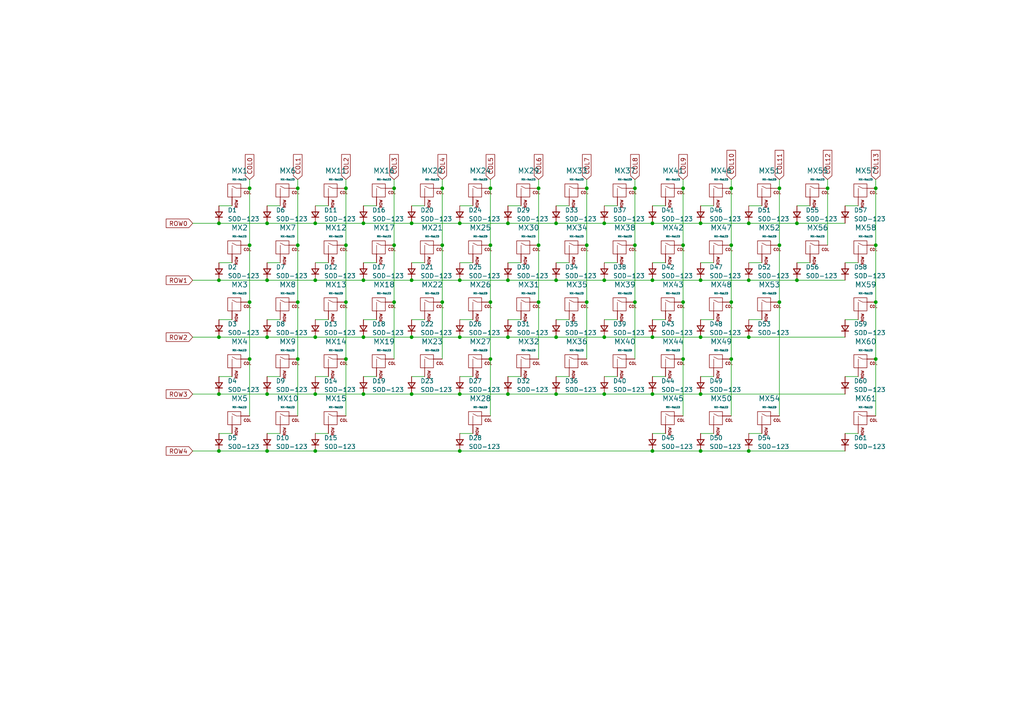
<source format=kicad_sch>
(kicad_sch (version 20231120) (generator "eeschema") (generator_version "8.0")
  (paper "A4")
  (junction (at 175.26 81.28))
  (junction (at 91.44 130.81))
  (junction (at 170.18 87.63))
  (junction (at 86.36 104.14))
  (junction (at 189.23 64.77))
  (junction (at 105.41 114.3))
  (junction (at 128.27 71.12))
  (junction (at 217.17 81.28))
  (junction (at 240.03 54.61))
  (junction (at 86.36 71.12))
  (junction (at 254 87.63))
  (junction (at 226.06 87.63))
  (junction (at 254 104.14))
  (junction (at 226.06 54.61))
  (junction (at 147.32 64.77))
  (junction (at 212.09 71.12))
  (junction (at 128.27 87.63))
  (junction (at 63.5 114.3))
  (junction (at 142.24 54.61))
  (junction (at 189.23 97.79))
  (junction (at 203.2 130.81))
  (junction (at 170.18 54.61))
  (junction (at 91.44 81.28))
  (junction (at 212.09 87.63))
  (junction (at 175.26 97.79))
  (junction (at 72.39 87.63))
  (junction (at 217.17 130.81))
  (junction (at 184.15 71.12))
  (junction (at 198.12 71.12))
  (junction (at 114.3 54.61))
  (junction (at 119.38 97.79))
  (junction (at 161.29 81.28))
  (junction (at 156.21 87.63))
  (junction (at 142.24 71.12))
  (junction (at 77.47 97.79))
  (junction (at 114.3 87.63))
  (junction (at 212.09 54.61))
  (junction (at 100.33 54.61))
  (junction (at 189.23 114.3))
  (junction (at 133.35 130.81))
  (junction (at 119.38 64.77))
  (junction (at 203.2 97.79))
  (junction (at 133.35 64.77))
  (junction (at 128.27 54.61))
  (junction (at 77.47 64.77))
  (junction (at 77.47 130.81))
  (junction (at 142.24 87.63))
  (junction (at 203.2 64.77))
  (junction (at 198.12 104.14))
  (junction (at 161.29 114.3))
  (junction (at 105.41 97.79))
  (junction (at 175.26 64.77))
  (junction (at 147.32 81.28))
  (junction (at 231.14 81.28))
  (junction (at 72.39 54.61))
  (junction (at 119.38 114.3))
  (junction (at 147.32 114.3))
  (junction (at 133.35 97.79))
  (junction (at 72.39 104.14))
  (junction (at 184.15 87.63))
  (junction (at 226.06 71.12))
  (junction (at 63.5 97.79))
  (junction (at 105.41 64.77))
  (junction (at 254 54.61))
  (junction (at 91.44 64.77))
  (junction (at 198.12 54.61))
  (junction (at 63.5 81.28))
  (junction (at 133.35 81.28))
  (junction (at 161.29 97.79))
  (junction (at 100.33 71.12))
  (junction (at 133.35 114.3))
  (junction (at 63.5 130.81))
  (junction (at 91.44 97.79))
  (junction (at 156.21 71.12))
  (junction (at 175.26 114.3))
  (junction (at 100.33 87.63))
  (junction (at 86.36 87.63))
  (junction (at 217.17 64.77))
  (junction (at 100.33 104.14))
  (junction (at 63.5 64.77))
  (junction (at 198.12 87.63))
  (junction (at 91.44 114.3))
  (junction (at 212.09 104.14))
  (junction (at 147.32 97.79))
  (junction (at 119.38 81.28))
  (junction (at 114.3 71.12))
  (junction (at 231.14 64.77))
  (junction (at 86.36 54.61))
  (junction (at 161.29 64.77))
  (junction (at 203.2 114.3))
  (junction (at 189.23 81.28))
  (junction (at 72.39 71.12))
  (junction (at 254 71.12))
  (junction (at 184.15 54.61))
  (junction (at 170.18 71.12))
  (junction (at 189.23 130.81))
  (junction (at 203.2 81.28))
  (junction (at 156.21 54.61))
  (junction (at 142.24 104.14))
  (junction (at 105.41 81.28))
  (junction (at 77.47 114.3))
  (junction (at 77.47 81.28))
  (junction (at 217.17 97.79))
  (wire (pts (xy 119.38 81.28) (xy 133.35 81.28)))
  (wire (pts (xy 128.27 71.12) (xy 128.27 87.63)))
  (wire (pts (xy 203.2 97.79) (xy 189.23 97.79)))
  (wire (pts (xy 170.18 54.61) (xy 170.18 71.12)))
  (wire (pts (xy 86.36 71.12) (xy 86.36 87.63)))
  (wire (pts (xy 175.26 81.28) (xy 189.23 81.28)))
  (wire (pts (xy 147.32 97.79) (xy 161.29 97.79)))
  (wire (pts (xy 105.41 76.2) (xy 109.22 76.2)))
  (wire (pts (xy 119.38 64.77) (xy 133.35 64.77)))
  (wire (pts (xy 254 87.63) (xy 254 104.14)))
  (wire (pts (xy 119.38 76.2) (xy 123.19 76.2)))
  (wire (pts (xy 55.88 81.28) (xy 63.5 81.28)))
  (wire (pts (xy 161.29 81.28) (xy 175.26 81.28)))
  (wire (pts (xy 91.44 64.77) (xy 105.41 64.77)))
  (wire (pts (xy 77.47 64.77) (xy 91.44 64.77)))
  (wire (pts (xy 91.44 109.22) (xy 95.25 109.22)))
  (wire (pts (xy 86.36 52.07) (xy 86.36 54.61)))
  (wire (pts (xy 161.29 109.22) (xy 165.1 109.22)))
  (wire (pts (xy 184.15 71.12) (xy 184.15 87.63)))
  (wire (pts (xy 217.17 76.2) (xy 220.98 76.2)))
  (wire (pts (xy 142.24 87.63) (xy 142.24 104.14)))
  (wire (pts (xy 184.15 52.07) (xy 184.15 54.61)))
  (wire (pts (xy 212.09 54.61) (xy 212.09 71.12)))
  (wire (pts (xy 133.35 64.77) (xy 147.32 64.77)))
  (wire (pts (xy 254 52.07) (xy 254 54.61)))
  (wire (pts (xy 189.23 114.3) (xy 203.2 114.3)))
  (wire (pts (xy 203.2 64.77) (xy 189.23 64.77)))
  (wire (pts (xy 147.32 76.2) (xy 151.13 76.2)))
  (wire (pts (xy 217.17 97.79) (xy 203.2 97.79)))
  (wire (pts (xy 198.12 87.63) (xy 198.12 104.14)))
  (wire (pts (xy 161.29 59.69) (xy 165.1 59.69)))
  (wire (pts (xy 133.35 76.2) (xy 137.16 76.2)))
  (wire (pts (xy 189.23 59.69) (xy 193.04 59.69)))
  (wire (pts (xy 105.41 59.69) (xy 109.22 59.69)))
  (wire (pts (xy 147.32 109.22) (xy 151.13 109.22)))
  (wire (pts (xy 133.35 114.3) (xy 147.32 114.3)))
  (wire (pts (xy 147.32 114.3) (xy 161.29 114.3)))
  (wire (pts (xy 203.2 81.28) (xy 189.23 81.28)))
  (wire (pts (xy 198.12 54.61) (xy 198.12 71.12)))
  (wire (pts (xy 226.06 71.12) (xy 226.06 87.63)))
  (wire (pts (xy 189.23 92.71) (xy 193.04 92.71)))
  (wire (pts (xy 217.17 64.77) (xy 203.2 64.77)))
  (wire (pts (xy 133.35 97.79) (xy 147.32 97.79)))
  (wire (pts (xy 119.38 92.71) (xy 123.19 92.71)))
  (wire (pts (xy 86.36 104.14) (xy 86.36 120.65)))
  (wire (pts (xy 170.18 71.12) (xy 170.18 87.63)))
  (wire (pts (xy 147.32 92.71) (xy 151.13 92.71)))
  (wire (pts (xy 63.5 92.71) (xy 67.31 92.71)))
  (wire (pts (xy 156.21 52.07) (xy 156.21 54.61)))
  (wire (pts (xy 184.15 87.63) (xy 184.15 104.14)))
  (wire (pts (xy 231.14 59.69) (xy 234.95 59.69)))
  (wire (pts (xy 105.41 97.79) (xy 119.38 97.79)))
  (wire (pts (xy 91.44 114.3) (xy 105.41 114.3)))
  (wire (pts (xy 91.44 76.2) (xy 95.25 76.2)))
  (wire (pts (xy 100.33 87.63) (xy 100.33 104.14)))
  (wire (pts (xy 226.06 54.61) (xy 226.06 71.12)))
  (wire (pts (xy 212.09 87.63) (xy 212.09 104.14)))
  (wire (pts (xy 63.5 97.79) (xy 77.47 97.79)))
  (wire (pts (xy 63.5 114.3) (xy 77.47 114.3)))
  (wire (pts (xy 133.35 130.81) (xy 189.23 130.81)))
  (wire (pts (xy 133.35 59.69) (xy 137.16 59.69)))
  (wire (pts (xy 128.27 54.61) (xy 128.27 71.12)))
  (wire (pts (xy 189.23 130.81) (xy 203.2 130.81)))
  (wire (pts (xy 217.17 125.73) (xy 220.98 125.73)))
  (wire (pts (xy 189.23 109.22) (xy 193.04 109.22)))
  (wire (pts (xy 100.33 54.61) (xy 100.33 71.12)))
  (wire (pts (xy 77.47 97.79) (xy 91.44 97.79)))
  (wire (pts (xy 161.29 97.79) (xy 175.26 97.79)))
  (wire (pts (xy 175.26 92.71) (xy 179.07 92.71)))
  (wire (pts (xy 91.44 81.28) (xy 105.41 81.28)))
  (wire (pts (xy 77.47 59.69) (xy 81.28 59.69)))
  (wire (pts (xy 63.5 64.77) (xy 77.47 64.77)))
  (wire (pts (xy 161.29 92.71) (xy 165.1 92.71)))
  (wire (pts (xy 212.09 52.07) (xy 212.09 54.61)))
  (wire (pts (xy 77.47 76.2) (xy 81.28 76.2)))
  (wire (pts (xy 240.03 52.07) (xy 240.03 54.61)))
  (wire (pts (xy 100.33 71.12) (xy 100.33 87.63)))
  (wire (pts (xy 245.11 59.69) (xy 248.92 59.69)))
  (wire (pts (xy 105.41 81.28) (xy 119.38 81.28)))
  (wire (pts (xy 63.5 109.22) (xy 67.31 109.22)))
  (wire (pts (xy 156.21 71.12) (xy 156.21 87.63)))
  (wire (pts (xy 203.2 109.22) (xy 207.01 109.22)))
  (wire (pts (xy 170.18 87.63) (xy 170.18 104.14)))
  (wire (pts (xy 128.27 87.63) (xy 128.27 104.14)))
  (wire (pts (xy 119.38 114.3) (xy 133.35 114.3)))
  (wire (pts (xy 175.26 76.2) (xy 179.07 76.2)))
  (wire (pts (xy 217.17 64.77) (xy 231.14 64.77)))
  (wire (pts (xy 55.88 64.77) (xy 63.5 64.77)))
  (wire (pts (xy 212.09 104.14) (xy 212.09 120.65)))
  (wire (pts (xy 226.06 52.07) (xy 226.06 54.61)))
  (wire (pts (xy 72.39 104.14) (xy 72.39 120.65)))
  (wire (pts (xy 184.15 54.61) (xy 184.15 71.12)))
  (wire (pts (xy 203.2 92.71) (xy 207.01 92.71)))
  (wire (pts (xy 231.14 64.77) (xy 245.11 64.77)))
  (wire (pts (xy 63.5 125.73) (xy 67.31 125.73)))
  (wire (pts (xy 77.47 130.81) (xy 91.44 130.81)))
  (wire (pts (xy 72.39 54.61) (xy 72.39 71.12)))
  (wire (pts (xy 231.14 76.2) (xy 234.95 76.2)))
  (wire (pts (xy 91.44 125.73) (xy 95.25 125.73)))
  (wire (pts (xy 254 104.14) (xy 254 120.65)))
  (wire (pts (xy 114.3 71.12) (xy 114.3 87.63)))
  (wire (pts (xy 119.38 97.79) (xy 133.35 97.79)))
  (wire (pts (xy 198.12 71.12) (xy 198.12 87.63)))
  (wire (pts (xy 63.5 81.28) (xy 77.47 81.28)))
  (wire (pts (xy 161.29 114.3) (xy 175.26 114.3)))
  (wire (pts (xy 245.11 125.73) (xy 248.92 125.73)))
  (wire (pts (xy 105.41 109.22) (xy 109.22 109.22)))
  (wire (pts (xy 231.14 81.28) (xy 245.11 81.28)))
  (wire (pts (xy 100.33 52.07) (xy 100.33 54.61)))
  (wire (pts (xy 105.41 64.77) (xy 119.38 64.77)))
  (wire (pts (xy 175.26 114.3) (xy 189.23 114.3)))
  (wire (pts (xy 217.17 81.28) (xy 231.14 81.28)))
  (wire (pts (xy 240.03 54.61) (xy 240.03 71.12)))
  (wire (pts (xy 254 71.12) (xy 254 87.63)))
  (wire (pts (xy 119.38 59.69) (xy 123.19 59.69)))
  (wire (pts (xy 55.88 97.79) (xy 63.5 97.79)))
  (wire (pts (xy 105.41 114.3) (xy 119.38 114.3)))
  (wire (pts (xy 91.44 59.69) (xy 95.25 59.69)))
  (wire (pts (xy 72.39 52.07) (xy 72.39 54.61)))
  (wire (pts (xy 142.24 71.12) (xy 142.24 87.63)))
  (wire (pts (xy 63.5 59.69) (xy 67.31 59.69)))
  (wire (pts (xy 142.24 52.07) (xy 142.24 54.61)))
  (wire (pts (xy 72.39 71.12) (xy 72.39 87.63)))
  (wire (pts (xy 175.26 59.69) (xy 179.07 59.69)))
  (wire (pts (xy 198.12 104.14) (xy 198.12 120.65)))
  (wire (pts (xy 114.3 54.61) (xy 114.3 71.12)))
  (wire (pts (xy 86.36 87.63) (xy 86.36 104.14)))
  (wire (pts (xy 217.17 97.79) (xy 245.11 97.79)))
  (wire (pts (xy 133.35 109.22) (xy 137.16 109.22)))
  (wire (pts (xy 254 54.61) (xy 254 71.12)))
  (wire (pts (xy 217.17 92.71) (xy 220.98 92.71)))
  (wire (pts (xy 217.17 81.28) (xy 203.2 81.28)))
  (wire (pts (xy 217.17 59.69) (xy 220.98 59.69)))
  (wire (pts (xy 91.44 92.71) (xy 95.25 92.71)))
  (wire (pts (xy 203.2 114.3) (xy 245.11 114.3)))
  (wire (pts (xy 133.35 81.28) (xy 147.32 81.28)))
  (wire (pts (xy 245.11 92.71) (xy 248.92 92.71)))
  (wire (pts (xy 245.11 109.22) (xy 248.92 109.22)))
  (wire (pts (xy 161.29 64.77) (xy 175.26 64.77)))
  (wire (pts (xy 77.47 125.73) (xy 81.28 125.73)))
  (wire (pts (xy 91.44 97.79) (xy 105.41 97.79)))
  (wire (pts (xy 114.3 52.07) (xy 114.3 54.61)))
  (wire (pts (xy 175.26 109.22) (xy 179.07 109.22)))
  (wire (pts (xy 226.06 87.63) (xy 226.06 120.65)))
  (wire (pts (xy 55.88 114.3) (xy 63.5 114.3)))
  (wire (pts (xy 77.47 81.28) (xy 91.44 81.28)))
  (wire (pts (xy 245.11 76.2) (xy 248.92 76.2)))
  (wire (pts (xy 189.23 76.2) (xy 193.04 76.2)))
  (wire (pts (xy 77.47 109.22) (xy 81.28 109.22)))
  (wire (pts (xy 156.21 54.61) (xy 156.21 71.12)))
  (wire (pts (xy 114.3 87.63) (xy 114.3 104.14)))
  (wire (pts (xy 77.47 114.3) (xy 91.44 114.3)))
  (wire (pts (xy 203.2 76.2) (xy 207.01 76.2)))
  (wire (pts (xy 142.24 104.14) (xy 142.24 120.65)))
  (wire (pts (xy 203.2 125.73) (xy 207.01 125.73)))
  (wire (pts (xy 156.21 87.63) (xy 156.21 104.14)))
  (wire (pts (xy 203.2 59.69) (xy 207.01 59.69)))
  (wire (pts (xy 133.35 92.71) (xy 137.16 92.71)))
  (wire (pts (xy 217.17 130.81) (xy 245.11 130.81)))
  (wire (pts (xy 161.29 76.2) (xy 165.1 76.2)))
  (wire (pts (xy 86.36 54.61) (xy 86.36 71.12)))
  (wire (pts (xy 128.27 52.07) (xy 128.27 54.61)))
  (wire (pts (xy 100.33 104.14) (xy 100.33 120.65)))
  (wire (pts (xy 91.44 130.81) (xy 133.35 130.81)))
  (wire (pts (xy 77.47 92.71) (xy 81.28 92.71)))
  (wire (pts (xy 63.5 76.2) (xy 67.31 76.2)))
  (wire (pts (xy 142.24 54.61) (xy 142.24 71.12)))
  (wire (pts (xy 133.35 125.73) (xy 137.16 125.73)))
  (wire (pts (xy 203.2 130.81) (xy 217.17 130.81)))
  (wire (pts (xy 175.26 97.79) (xy 189.23 97.79)))
  (wire (pts (xy 147.32 59.69) (xy 151.13 59.69)))
  (wire (pts (xy 147.32 64.77) (xy 161.29 64.77)))
  (wire (pts (xy 189.23 125.73) (xy 193.04 125.73)))
  (wire (pts (xy 147.32 81.28) (xy 161.29 81.28)))
  (wire (pts (xy 170.18 52.07) (xy 170.18 54.61)))
  (wire (pts (xy 198.12 52.07) (xy 198.12 54.61)))
  (wire (pts (xy 105.41 92.71) (xy 109.22 92.71)))
  (wire (pts (xy 119.38 109.22) (xy 123.19 109.22)))
  (wire (pts (xy 63.5 130.81) (xy 77.47 130.81)))
  (wire (pts (xy 175.26 64.77) (xy 189.23 64.77)))
  (wire (pts (xy 212.09 71.12) (xy 212.09 87.63)))
  (wire (pts (xy 72.39 87.63) (xy 72.39 104.14)))
  (wire (pts (xy 55.88 130.81) (xy 63.5 130.81)))
  (global_label "COL0" (shape input) (at 72.39 52.07 90) (property "Intersheetrefs" "${INTERSHEET_REFS}" (effects (hide yes))))
  (global_label "COL6" (shape input) (at 156.21 52.07 90) (property "Intersheetrefs" "${INTERSHEET_REFS}" (effects (hide yes))))
  (global_label "COL3" (shape input) (at 114.3 52.07 90) (property "Intersheetrefs" "${INTERSHEET_REFS}" (effects (hide yes))))
  (global_label "ROW0" (shape input) (at 55.88 64.77 180) (property "Intersheetrefs" "${INTERSHEET_REFS}" (effects (hide yes))))
  (global_label "COL5" (shape input) (at 142.24 52.07 90) (property "Intersheetrefs" "${INTERSHEET_REFS}" (effects (hide yes))))
  (global_label "ROW4" (shape input) (at 55.88 130.81 180) (property "Intersheetrefs" "${INTERSHEET_REFS}" (effects (hide yes))))
  (global_label "COL9" (shape input) (at 198.12 52.07 90) (property "Intersheetrefs" "${INTERSHEET_REFS}" (effects (hide yes))))
  (global_label "ROW1" (shape input) (at 55.88 81.28 180) (property "Intersheetrefs" "${INTERSHEET_REFS}" (effects (hide yes))))
  (global_label "COL12" (shape input) (at 240.03 52.07 90) (property "Intersheetrefs" "${INTERSHEET_REFS}" (effects (hide yes))))
  (global_label "ROW3" (shape input) (at 55.88 114.3 180) (property "Intersheetrefs" "${INTERSHEET_REFS}" (effects (hide yes))))
  (global_label "COL10" (shape input) (at 212.09 52.07 90) (property "Intersheetrefs" "${INTERSHEET_REFS}" (effects (hide yes))))
  (global_label "COL1" (shape input) (at 86.36 52.07 90) (property "Intersheetrefs" "${INTERSHEET_REFS}" (effects (hide yes))))
  (global_label "COL8" (shape input) (at 184.15 52.07 90) (property "Intersheetrefs" "${INTERSHEET_REFS}" (effects (hide yes))))
  (global_label "ROW2" (shape input) (at 55.88 97.79 180) (property "Intersheetrefs" "${INTERSHEET_REFS}" (effects (hide yes))))
  (global_label "COL2" (shape input) (at 100.33 52.07 90) (property "Intersheetrefs" "${INTERSHEET_REFS}" (effects (hide yes))))
  (global_label "COL13" (shape input) (at 254 52.07 90) (property "Intersheetrefs" "${INTERSHEET_REFS}" (effects (hide yes))))
  (global_label "COL11" (shape input) (at 226.06 52.07 90) (property "Intersheetrefs" "${INTERSHEET_REFS}" (effects (hide yes))))
  (global_label "COL7" (shape input) (at 170.18 52.07 90) (property "Intersheetrefs" "${INTERSHEET_REFS}" (effects (hide yes))))
  (global_label "COL4" (shape input) (at 128.27 52.07 90) (property "Intersheetrefs" "${INTERSHEET_REFS}" (effects (hide yes))))
  (symbol (lib_id "Device:D_Small") (at 119.38 95.25 90) (unit 1)
    (property "Reference" "D22" (at 121.92 93.9799 90) (effects (justify right)))
    (property "Value" "SOD-123" (at 121.92 96.5199 90) (effects (justify right)))
    (property "Footprint" "Diode_SMD:D_SOD-123" (effects (hide yes)))
    (property "Description" "Diode, small symbol" (effects (hide yes)))
    (property "Sim.Device" "D" (effects (hide yes)))
    (property "Sim.Pins" "1=K 2=A" (effects (hide yes)))
  )
  (symbol (lib_id "Device:D_Small") (at 119.38 78.74 90) (unit 1)
    (property "Reference" "D21" (at 121.92 77.4699 90) (effects (justify right)))
    (property "Value" "SOD-123" (at 121.92 80.0099 90) (effects (justify right)))
    (property "Footprint" "Diode_SMD:D_SOD-123" (effects (hide yes)))
    (property "Description" "Diode, small symbol" (effects (hide yes)))
    (property "Sim.Device" "D" (effects (hide yes)))
    (property "Sim.Pins" "1=K 2=A" (effects (hide yes)))
  )
  (symbol (lib_id "Device:D_Small") (at 175.26 111.76 90) (unit 1)
    (property "Reference" "D40" (at 177.8 110.4899 90) (effects (justify right)))
    (property "Value" "SOD-123" (at 177.8 113.0299 90) (effects (justify right)))
    (property "Footprint" "Diode_SMD:D_SOD-123" (effects (hide yes)))
    (property "Description" "Diode, small symbol" (effects (hide yes)))
    (property "Sim.Device" "D" (effects (hide yes)))
    (property "Sim.Pins" "1=K 2=A" (effects (hide yes)))
  )
  (symbol (lib_id "Device:D_Small") (at 63.5 78.74 90) (unit 1)
    (property "Reference" "D2" (at 66.04 77.4699 90) (effects (justify right)))
    (property "Value" "SOD-123" (at 66.04 80.0099 90) (effects (justify right)))
    (property "Footprint" "Diode_SMD:D_SOD-123" (effects (hide yes)))
    (property "Description" "Diode, small symbol" (effects (hide yes)))
    (property "Sim.Device" "D" (effects (hide yes)))
    (property "Sim.Pins" "1=K 2=A" (effects (hide yes)))
  )
  (symbol (lib_id "MX_Alps_Hybrid:MX-NoLED") (at 82.55 72.39 0) (unit 1)
    (property "Reference" "MX7" (at 83.4452 66.04 0) (effects (font (size 1.524 1.524))))
    (property "Value" "MX-NoLED" (at 83.4452 68.58 0) (effects (font (size 0.508 0.508))))
    (property "Footprint" "keyswitches.pretty-master:Kailh_socket_MX" (effects (hide yes)))
  )
  (symbol (lib_id "MX_Alps_Hybrid:MX-NoLED") (at 152.4 88.9 0) (unit 1)
    (property "Reference" "MX31" (at 153.2952 82.55 0) (effects (font (size 1.524 1.524))))
    (property "Value" "MX-NoLED" (at 153.2952 85.09 0) (effects (font (size 0.508 0.508))))
    (property "Footprint" "keyswitches.pretty-master:Kailh_socket_MX" (effects (hide yes)))
  )
  (symbol (lib_id "MX_Alps_Hybrid:MX-NoLED") (at 250.19 88.9 0) (unit 1)
    (property "Reference" "MX59" (at 251.0852 82.55 0) (effects (font (size 1.524 1.524))))
    (property "Value" "MX-NoLED" (at 251.0852 85.09 0) (effects (font (size 0.508 0.508))))
    (property "Footprint" "keyswitches.pretty-master:Kailh_socket_MX" (effects (hide yes)))
  )
  (symbol (lib_id "Device:D_Small") (at 203.2 111.76 90) (unit 1)
    (property "Reference" "D49" (at 205.74 110.4899 90) (effects (justify right)))
    (property "Value" "SOD-123" (at 205.74 113.0299 90) (effects (justify right)))
    (property "Footprint" "Diode_SMD:D_SOD-123" (effects (hide yes)))
    (property "Description" "Diode, small symbol" (effects (hide yes)))
    (property "Sim.Device" "D" (effects (hide yes)))
    (property "Sim.Pins" "1=K 2=A" (effects (hide yes)))
  )
  (symbol (lib_id "Device:D_Small") (at 147.32 95.25 90) (unit 1)
    (property "Reference" "D31" (at 149.86 93.9799 90) (effects (justify right)))
    (property "Value" "SOD-123" (at 149.86 96.5199 90) (effects (justify right)))
    (property "Footprint" "Diode_SMD:D_SOD-123" (effects (hide yes)))
    (property "Description" "Diode, small symbol" (effects (hide yes)))
    (property "Sim.Device" "D" (effects (hide yes)))
    (property "Sim.Pins" "1=K 2=A" (effects (hide yes)))
  )
  (symbol (lib_id "MX_Alps_Hybrid:MX-NoLED") (at 222.25 55.88 0) (unit 1)
    (property "Reference" "MX51" (at 223.1452 49.53 0) (effects (font (size 1.524 1.524))))
    (property "Value" "MX-NoLED" (at 223.1452 52.07 0) (effects (font (size 0.508 0.508))))
    (property "Footprint" "keyswitches.pretty-master:Kailh_socket_MX" (effects (hide yes)))
  )
  (symbol (lib_id "MX_Alps_Hybrid:MX-NoLED") (at 138.43 88.9 0) (unit 1)
    (property "Reference" "MX26" (at 139.3252 82.55 0) (effects (font (size 1.524 1.524))))
    (property "Value" "MX-NoLED" (at 139.3252 85.09 0) (effects (font (size 0.508 0.508))))
    (property "Footprint" "keyswitches.pretty-master:Kailh_socket_MX" (effects (hide yes)))
  )
  (symbol (lib_id "Device:D_Small") (at 175.26 62.23 90) (unit 1)
    (property "Reference" "D37" (at 177.8 60.9599 90) (effects (justify right)))
    (property "Value" "SOD-123" (at 177.8 63.4999 90) (effects (justify right)))
    (property "Footprint" "Diode_SMD:D_SOD-123" (effects (hide yes)))
    (property "Description" "Diode, small symbol" (effects (hide yes)))
    (property "Sim.Device" "D" (effects (hide yes)))
    (property "Sim.Pins" "1=K 2=A" (effects (hide yes)))
  )
  (symbol (lib_id "MX_Alps_Hybrid:MX-NoLED") (at 124.46 88.9 0) (unit 1)
    (property "Reference" "MX22" (at 125.3552 82.55 0) (effects (font (size 1.524 1.524))))
    (property "Value" "MX-NoLED" (at 125.3552 85.09 0) (effects (font (size 0.508 0.508))))
    (property "Footprint" "keyswitches.pretty-master:Kailh_socket_MX" (effects (hide yes)))
  )
  (symbol (lib_id "MX_Alps_Hybrid:MX-NoLED") (at 208.28 88.9 0) (unit 1)
    (property "Reference" "MX48" (at 209.1752 82.55 0) (effects (font (size 1.524 1.524))))
    (property "Value" "MX-NoLED" (at 209.1752 85.09 0) (effects (font (size 0.508 0.508))))
    (property "Footprint" "keyswitches.pretty-master:Kailh_socket_MX" (effects (hide yes)))
  )
  (symbol (lib_id "Device:D_Small") (at 119.38 111.76 90) (unit 1)
    (property "Reference" "D23" (at 121.92 110.4899 90) (effects (justify right)))
    (property "Value" "SOD-123" (at 121.92 113.0299 90) (effects (justify right)))
    (property "Footprint" "Diode_SMD:D_SOD-123" (effects (hide yes)))
    (property "Description" "Diode, small symbol" (effects (hide yes)))
    (property "Sim.Device" "D" (effects (hide yes)))
    (property "Sim.Pins" "1=K 2=A" (effects (hide yes)))
  )
  (symbol (lib_id "MX_Alps_Hybrid:MX-NoLED") (at 194.31 105.41 0) (unit 1)
    (property "Reference" "MX44" (at 195.2052 99.06 0) (effects (font (size 1.524 1.524))))
    (property "Value" "MX-NoLED" (at 195.2052 101.6 0) (effects (font (size 0.508 0.508))))
    (property "Footprint" "keyswitches.pretty-master:Kailh_socket_MX" (effects (hide yes)))
  )
  (symbol (lib_id "Device:D_Small") (at 203.2 62.23 90) (unit 1)
    (property "Reference" "D46" (at 205.74 60.9599 90) (effects (justify right)))
    (property "Value" "SOD-123" (at 205.74 63.4999 90) (effects (justify right)))
    (property "Footprint" "Diode_SMD:D_SOD-123" (effects (hide yes)))
    (property "Description" "Diode, small symbol" (effects (hide yes)))
    (property "Sim.Device" "D" (effects (hide yes)))
    (property "Sim.Pins" "1=K 2=A" (effects (hide yes)))
  )
  (symbol (lib_id "MX_Alps_Hybrid:MX-NoLED") (at 222.25 121.92 0) (unit 1)
    (property "Reference" "MX54" (at 223.1452 115.57 0) (effects (font (size 1.524 1.524))))
    (property "Value" "MX-NoLED" (at 223.1452 118.11 0) (effects (font (size 0.508 0.508))))
    (property "Footprint" "keyswitches.pretty-master:Kailh_socket_MX" (effects (hide yes)))
  )
  (symbol (lib_id "MX_Alps_Hybrid:MX-NoLED") (at 138.43 72.39 0) (unit 1)
    (property "Reference" "MX25" (at 139.3252 66.04 0) (effects (font (size 1.524 1.524))))
    (property "Value" "MX-NoLED" (at 139.3252 68.58 0) (effects (font (size 0.508 0.508))))
    (property "Footprint" "keyswitches.pretty-master:Kailh_socket_MX" (effects (hide yes)))
  )
  (symbol (lib_id "Device:D_Small") (at 91.44 128.27 90) (unit 1)
    (property "Reference" "D15" (at 93.98 126.9999 90) (effects (justify right)))
    (property "Value" "SOD-123" (at 93.98 129.5399 90) (effects (justify right)))
    (property "Footprint" "Diode_SMD:D_SOD-123" (effects (hide yes)))
    (property "Description" "Diode, small symbol" (effects (hide yes)))
    (property "Sim.Device" "D" (effects (hide yes)))
    (property "Sim.Pins" "1=K 2=A" (effects (hide yes)))
  )
  (symbol (lib_id "MX_Alps_Hybrid:MX-NoLED") (at 180.34 105.41 0) (unit 1)
    (property "Reference" "MX40" (at 181.2352 99.06 0) (effects (font (size 1.524 1.524))))
    (property "Value" "MX-NoLED" (at 181.2352 101.6 0) (effects (font (size 0.508 0.508))))
    (property "Footprint" "keyswitches.pretty-master:Kailh_socket_MX" (effects (hide yes)))
  )
  (symbol (lib_id "MX_Alps_Hybrid:MX-NoLED") (at 96.52 72.39 0) (unit 1)
    (property "Reference" "MX12" (at 97.4152 66.04 0) (effects (font (size 1.524 1.524))))
    (property "Value" "MX-NoLED" (at 97.4152 68.58 0) (effects (font (size 0.508 0.508))))
    (property "Footprint" "keyswitches.pretty-master:Kailh_socket_MX" (effects (hide yes)))
  )
  (symbol (lib_id "MX_Alps_Hybrid:MX-NoLED") (at 194.31 72.39 0) (unit 1)
    (property "Reference" "MX42" (at 195.2052 66.04 0) (effects (font (size 1.524 1.524))))
    (property "Value" "MX-NoLED" (at 195.2052 68.58 0) (effects (font (size 0.508 0.508))))
    (property "Footprint" "keyswitches.pretty-master:Kailh_socket_MX" (effects (hide yes)))
  )
  (symbol (lib_id "Device:D_Small") (at 105.41 95.25 90) (unit 1)
    (property "Reference" "D18" (at 107.95 93.9799 90) (effects (justify right)))
    (property "Value" "SOD-123" (at 107.95 96.5199 90) (effects (justify right)))
    (property "Footprint" "Diode_SMD:D_SOD-123" (effects (hide yes)))
    (property "Description" "Diode, small symbol" (effects (hide yes)))
    (property "Sim.Device" "D" (effects (hide yes)))
    (property "Sim.Pins" "1=K 2=A" (effects (hide yes)))
  )
  (symbol (lib_id "MX_Alps_Hybrid:MX-NoLED") (at 152.4 105.41 0) (unit 1)
    (property "Reference" "MX32" (at 153.2952 99.06 0) (effects (font (size 1.524 1.524))))
    (property "Value" "MX-NoLED" (at 153.2952 101.6 0) (effects (font (size 0.508 0.508))))
    (property "Footprint" "keyswitches.pretty-master:Kailh_socket_MX" (effects (hide yes)))
  )
  (symbol (lib_id "Device:D_Small") (at 77.47 111.76 90) (unit 1)
    (property "Reference" "D9" (at 80.01 110.4899 90) (effects (justify right)))
    (property "Value" "SOD-123" (at 80.01 113.0299 90) (effects (justify right)))
    (property "Footprint" "Diode_SMD:D_SOD-123" (effects (hide yes)))
    (property "Description" "Diode, small symbol" (effects (hide yes)))
    (property "Sim.Device" "D" (effects (hide yes)))
    (property "Sim.Pins" "1=K 2=A" (effects (hide yes)))
  )
  (symbol (lib_id "Device:D_Small") (at 231.14 78.74 90) (unit 1)
    (property "Reference" "D56" (at 233.68 77.4699 90) (effects (justify right)))
    (property "Value" "SOD-123" (at 233.68 80.0099 90) (effects (justify right)))
    (property "Footprint" "Diode_SMD:D_SOD-123" (effects (hide yes)))
    (property "Description" "Diode, small symbol" (effects (hide yes)))
    (property "Sim.Device" "D" (effects (hide yes)))
    (property "Sim.Pins" "1=K 2=A" (effects (hide yes)))
  )
  (symbol (lib_id "Device:D_Small") (at 245.11 111.76 90) (unit 1)
    (property "Reference" "D60" (at 247.65 110.4899 90) (effects (justify right)))
    (property "Value" "SOD-123" (at 247.65 113.0299 90) (effects (justify right)))
    (property "Footprint" "Diode_SMD:D_SOD-123" (effects (hide yes)))
    (property "Description" "Diode, small symbol" (effects (hide yes)))
    (property "Sim.Device" "D" (effects (hide yes)))
    (property "Sim.Pins" "1=K 2=A" (effects (hide yes)))
  )
  (symbol (lib_id "MX_Alps_Hybrid:MX-NoLED") (at 68.58 55.88 0) (unit 1)
    (property "Reference" "MX1" (at 69.4752 49.53 0) (effects (font (size 1.524 1.524))))
    (property "Value" "MX-NoLED" (at 69.4752 52.07 0) (effects (font (size 0.508 0.508))))
    (property "Footprint" "keyswitches.pretty-master:Kailh_socket_MX" (effects (hide yes)))
  )
  (symbol (lib_id "MX_Alps_Hybrid:MX-NoLED") (at 194.31 88.9 0) (unit 1)
    (property "Reference" "MX43" (at 195.2052 82.55 0) (effects (font (size 1.524 1.524))))
    (property "Value" "MX-NoLED" (at 195.2052 85.09 0) (effects (font (size 0.508 0.508))))
    (property "Footprint" "keyswitches.pretty-master:Kailh_socket_MX" (effects (hide yes)))
  )
  (symbol (lib_id "Device:D_Small") (at 217.17 95.25 90) (unit 1)
    (property "Reference" "D53" (at 219.71 93.9799 90) (effects (justify right)))
    (property "Value" "SOD-123" (at 219.71 96.5199 90) (effects (justify right)))
    (property "Footprint" "Diode_SMD:D_SOD-123" (effects (hide yes)))
    (property "Description" "Diode, small symbol" (effects (hide yes)))
    (property "Sim.Device" "D" (effects (hide yes)))
    (property "Sim.Pins" "1=K 2=A" (effects (hide yes)))
  )
  (symbol (lib_id "MX_Alps_Hybrid:MX-NoLED") (at 166.37 72.39 0) (unit 1)
    (property "Reference" "MX34" (at 167.2652 66.04 0) (effects (font (size 1.524 1.524))))
    (property "Value" "MX-NoLED" (at 167.2652 68.58 0) (effects (font (size 0.508 0.508))))
    (property "Footprint" "keyswitches.pretty-master:Kailh_socket_MX" (effects (hide yes)))
  )
  (symbol (lib_id "Device:D_Small") (at 217.17 78.74 90) (unit 1)
    (property "Reference" "D52" (at 219.71 77.4699 90) (effects (justify right)))
    (property "Value" "SOD-123" (at 219.71 80.0099 90) (effects (justify right)))
    (property "Footprint" "Diode_SMD:D_SOD-123" (effects (hide yes)))
    (property "Description" "Diode, small symbol" (effects (hide yes)))
    (property "Sim.Device" "D" (effects (hide yes)))
    (property "Sim.Pins" "1=K 2=A" (effects (hide yes)))
  )
  (symbol (lib_id "Device:D_Small") (at 105.41 78.74 90) (unit 1)
    (property "Reference" "D17" (at 107.95 77.4699 90) (effects (justify right)))
    (property "Value" "SOD-123" (at 107.95 80.0099 90) (effects (justify right)))
    (property "Footprint" "Diode_SMD:D_SOD-123" (effects (hide yes)))
    (property "Description" "Diode, small symbol" (effects (hide yes)))
    (property "Sim.Device" "D" (effects (hide yes)))
    (property "Sim.Pins" "1=K 2=A" (effects (hide yes)))
  )
  (symbol (lib_id "Device:D_Small") (at 133.35 62.23 90) (unit 1)
    (property "Reference" "D24" (at 135.89 60.9599 90) (effects (justify right)))
    (property "Value" "SOD-123" (at 135.89 63.4999 90) (effects (justify right)))
    (property "Footprint" "Diode_SMD:D_SOD-123" (effects (hide yes)))
    (property "Description" "Diode, small symbol" (effects (hide yes)))
    (property "Sim.Device" "D" (effects (hide yes)))
    (property "Sim.Pins" "1=K 2=A" (effects (hide yes)))
  )
  (symbol (lib_id "Device:D_Small") (at 91.44 62.23 90) (unit 1)
    (property "Reference" "D11" (at 93.98 60.9599 90) (effects (justify right)))
    (property "Value" "SOD-123" (at 93.98 63.4999 90) (effects (justify right)))
    (property "Footprint" "Diode_SMD:D_SOD-123" (effects (hide yes)))
    (property "Description" "Diode, small symbol" (effects (hide yes)))
    (property "Sim.Device" "D" (effects (hide yes)))
    (property "Sim.Pins" "1=K 2=A" (effects (hide yes)))
  )
  (symbol (lib_id "MX_Alps_Hybrid:MX-NoLED") (at 68.58 105.41 0) (unit 1)
    (property "Reference" "MX4" (at 69.4752 99.06 0) (effects (font (size 1.524 1.524))))
    (property "Value" "MX-NoLED" (at 69.4752 101.6 0) (effects (font (size 0.508 0.508))))
    (property "Footprint" "keyswitches.pretty-master:Kailh_socket_MX" (effects (hide yes)))
  )
  (symbol (lib_id "Device:D_Small") (at 133.35 78.74 90) (unit 1)
    (property "Reference" "D25" (at 135.89 77.4699 90) (effects (justify right)))
    (property "Value" "SOD-123" (at 135.89 80.0099 90) (effects (justify right)))
    (property "Footprint" "Diode_SMD:D_SOD-123" (effects (hide yes)))
    (property "Description" "Diode, small symbol" (effects (hide yes)))
    (property "Sim.Device" "D" (effects (hide yes)))
    (property "Sim.Pins" "1=K 2=A" (effects (hide yes)))
  )
  (symbol (lib_id "MX_Alps_Hybrid:MX-NoLED") (at 166.37 105.41 0) (unit 1)
    (property "Reference" "MX36" (at 167.2652 99.06 0) (effects (font (size 1.524 1.524))))
    (property "Value" "MX-NoLED" (at 167.2652 101.6 0) (effects (font (size 0.508 0.508))))
    (property "Footprint" "keyswitches.pretty-master:Kailh_socket_MX" (effects (hide yes)))
  )
  (symbol (lib_id "Device:D_Small") (at 119.38 62.23 90) (unit 1)
    (property "Reference" "D20" (at 121.92 60.9599 90) (effects (justify right)))
    (property "Value" "SOD-123" (at 121.92 63.4999 90) (effects (justify right)))
    (property "Footprint" "Diode_SMD:D_SOD-123" (effects (hide yes)))
    (property "Description" "Diode, small symbol" (effects (hide yes)))
    (property "Sim.Device" "D" (effects (hide yes)))
    (property "Sim.Pins" "1=K 2=A" (effects (hide yes)))
  )
  (symbol (lib_id "Device:D_Small") (at 133.35 128.27 90) (unit 1)
    (property "Reference" "D28" (at 135.89 126.9999 90) (effects (justify right)))
    (property "Value" "SOD-123" (at 135.89 129.5399 90) (effects (justify right)))
    (property "Footprint" "Diode_SMD:D_SOD-123" (effects (hide yes)))
    (property "Description" "Diode, small symbol" (effects (hide yes)))
    (property "Sim.Device" "D" (effects (hide yes)))
    (property "Sim.Pins" "1=K 2=A" (effects (hide yes)))
  )
  (symbol (lib_id "Device:D_Small") (at 77.47 62.23 90) (unit 1)
    (property "Reference" "D6" (at 80.01 60.9599 90) (effects (justify right)))
    (property "Value" "SOD-123" (at 80.01 63.4999 90) (effects (justify right)))
    (property "Footprint" "Diode_SMD:D_SOD-123" (effects (hide yes)))
    (property "Description" "Diode, small symbol" (effects (hide yes)))
    (property "Sim.Device" "D" (effects (hide yes)))
    (property "Sim.Pins" "1=K 2=A" (effects (hide yes)))
  )
  (symbol (lib_id "MX_Alps_Hybrid:MX-NoLED") (at 110.49 55.88 0) (unit 1)
    (property "Reference" "MX16" (at 111.3852 49.53 0) (effects (font (size 1.524 1.524))))
    (property "Value" "MX-NoLED" (at 111.3852 52.07 0) (effects (font (size 0.508 0.508))))
    (property "Footprint" "keyswitches.pretty-master:Kailh_socket_MX" (effects (hide yes)))
  )
  (symbol (lib_id "MX_Alps_Hybrid:MX-NoLED") (at 166.37 55.88 0) (unit 1)
    (property "Reference" "MX33" (at 167.2652 49.53 0) (effects (font (size 1.524 1.524))))
    (property "Value" "MX-NoLED" (at 167.2652 52.07 0) (effects (font (size 0.508 0.508))))
    (property "Footprint" "keyswitches.pretty-master:Kailh_socket_MX" (effects (hide yes)))
  )
  (symbol (lib_id "Device:D_Small") (at 105.41 111.76 90) (unit 1)
    (property "Reference" "D19" (at 107.95 110.4899 90) (effects (justify right)))
    (property "Value" "SOD-123" (at 107.95 113.0299 90) (effects (justify right)))
    (property "Footprint" "Diode_SMD:D_SOD-123" (effects (hide yes)))
    (property "Description" "Diode, small symbol" (effects (hide yes)))
    (property "Sim.Device" "D" (effects (hide yes)))
    (property "Sim.Pins" "1=K 2=A" (effects (hide yes)))
  )
  (symbol (lib_id "Device:D_Small") (at 147.32 111.76 90) (unit 1)
    (property "Reference" "D32" (at 149.86 110.4899 90) (effects (justify right)))
    (property "Value" "SOD-123" (at 149.86 113.0299 90) (effects (justify right)))
    (property "Footprint" "Diode_SMD:D_SOD-123" (effects (hide yes)))
    (property "Description" "Diode, small symbol" (effects (hide yes)))
    (property "Sim.Device" "D" (effects (hide yes)))
    (property "Sim.Pins" "1=K 2=A" (effects (hide yes)))
  )
  (symbol (lib_id "Device:D_Small") (at 189.23 95.25 90) (unit 1)
    (property "Reference" "D43" (at 191.77 93.9799 90) (effects (justify right)))
    (property "Value" "SOD-123" (at 191.77 96.5199 90) (effects (justify right)))
    (property "Footprint" "Diode_SMD:D_SOD-123" (effects (hide yes)))
    (property "Description" "Diode, small symbol" (effects (hide yes)))
    (property "Sim.Device" "D" (effects (hide yes)))
    (property "Sim.Pins" "1=K 2=A" (effects (hide yes)))
  )
  (symbol (lib_id "MX_Alps_Hybrid:MX-NoLED") (at 110.49 105.41 0) (unit 1)
    (property "Reference" "MX19" (at 111.3852 99.06 0) (effects (font (size 1.524 1.524))))
    (property "Value" "MX-NoLED" (at 111.3852 101.6 0) (effects (font (size 0.508 0.508))))
    (property "Footprint" "keyswitches.pretty-master:Kailh_socket_MX" (effects (hide yes)))
  )
  (symbol (lib_id "Device:D_Small") (at 91.44 78.74 90) (unit 1)
    (property "Reference" "D12" (at 93.98 77.4699 90) (effects (justify right)))
    (property "Value" "SOD-123" (at 93.98 80.0099 90) (effects (justify right)))
    (property "Footprint" "Diode_SMD:D_SOD-123" (effects (hide yes)))
    (property "Description" "Diode, small symbol" (effects (hide yes)))
    (property "Sim.Device" "D" (effects (hide yes)))
    (property "Sim.Pins" "1=K 2=A" (effects (hide yes)))
  )
  (symbol (lib_id "MX_Alps_Hybrid:MX-NoLED") (at 124.46 105.41 0) (unit 1)
    (property "Reference" "MX23" (at 125.3552 99.06 0) (effects (font (size 1.524 1.524))))
    (property "Value" "MX-NoLED" (at 125.3552 101.6 0) (effects (font (size 0.508 0.508))))
    (property "Footprint" "keyswitches.pretty-master:Kailh_socket_MX" (effects (hide yes)))
  )
  (symbol (lib_id "MX_Alps_Hybrid:MX-NoLED") (at 138.43 121.92 0) (unit 1)
    (property "Reference" "MX28" (at 139.3252 115.57 0) (effects (font (size 1.524 1.524))))
    (property "Value" "MX-NoLED" (at 139.3252 118.11 0) (effects (font (size 0.508 0.508))))
    (property "Footprint" "keyswitches.pretty-master:Kailh_socket_MX" (effects (hide yes)))
  )
  (symbol (lib_id "MX_Alps_Hybrid:MX-NoLED") (at 194.31 121.92 0) (unit 1)
    (property "Reference" "MX45" (at 195.2052 115.57 0) (effects (font (size 1.524 1.524))))
    (property "Value" "MX-NoLED" (at 195.2052 118.11 0) (effects (font (size 0.508 0.508))))
    (property "Footprint" "keyswitches.pretty-master:Kailh_socket_MX" (effects (hide yes)))
  )
  (symbol (lib_id "MX_Alps_Hybrid:MX-NoLED") (at 138.43 55.88 0) (unit 1)
    (property "Reference" "MX24" (at 139.3252 49.53 0) (effects (font (size 1.524 1.524))))
    (property "Value" "MX-NoLED" (at 139.3252 52.07 0) (effects (font (size 0.508 0.508))))
    (property "Footprint" "keyswitches.pretty-master:Kailh_socket_MX" (effects (hide yes)))
  )
  (symbol (lib_id "MX_Alps_Hybrid:MX-NoLED") (at 152.4 72.39 0) (unit 1)
    (property "Reference" "MX30" (at 153.2952 66.04 0) (effects (font (size 1.524 1.524))))
    (property "Value" "MX-NoLED" (at 153.2952 68.58 0) (effects (font (size 0.508 0.508))))
    (property "Footprint" "keyswitches.pretty-master:Kailh_socket_MX" (effects (hide yes)))
  )
  (symbol (lib_id "MX_Alps_Hybrid:MX-NoLED") (at 124.46 55.88 0) (unit 1)
    (property "Reference" "MX20" (at 125.3552 49.53 0) (effects (font (size 1.524 1.524))))
    (property "Value" "MX-NoLED" (at 125.3552 52.07 0) (effects (font (size 0.508 0.508))))
    (property "Footprint" "keyswitches.pretty-master:Kailh_socket_MX" (effects (hide yes)))
  )
  (symbol (lib_id "Device:D_Small") (at 161.29 111.76 90) (unit 1)
    (property "Reference" "D36" (at 163.83 110.4899 90) (effects (justify right)))
    (property "Value" "SOD-123" (at 163.83 113.0299 90) (effects (justify right)))
    (property "Footprint" "Diode_SMD:D_SOD-123" (effects (hide yes)))
    (property "Description" "Diode, small symbol" (effects (hide yes)))
    (property "Sim.Device" "D" (effects (hide yes)))
    (property "Sim.Pins" "1=K 2=A" (effects (hide yes)))
  )
  (symbol (lib_id "Device:D_Small") (at 245.11 95.25 90) (unit 1)
    (property "Reference" "D59" (at 247.65 93.9799 90) (effects (justify right)))
    (property "Value" "SOD-123" (at 247.65 96.5199 90) (effects (justify right)))
    (property "Footprint" "Diode_SMD:D_SOD-123" (effects (hide yes)))
    (property "Description" "Diode, small symbol" (effects (hide yes)))
    (property "Sim.Device" "D" (effects (hide yes)))
    (property "Sim.Pins" "1=K 2=A" (effects (hide yes)))
  )
  (symbol (lib_id "Device:D_Small") (at 203.2 95.25 90) (unit 1)
    (property "Reference" "D48" (at 205.74 93.9799 90) (effects (justify right)))
    (property "Value" "SOD-123" (at 205.74 96.5199 90) (effects (justify right)))
    (property "Footprint" "Diode_SMD:D_SOD-123" (effects (hide yes)))
    (property "Description" "Diode, small symbol" (effects (hide yes)))
    (property "Sim.Device" "D" (effects (hide yes)))
    (property "Sim.Pins" "1=K 2=A" (effects (hide yes)))
  )
  (symbol (lib_id "MX_Alps_Hybrid:MX-NoLED") (at 96.52 105.41 0) (unit 1)
    (property "Reference" "MX14" (at 97.4152 99.06 0) (effects (font (size 1.524 1.524))))
    (property "Value" "MX-NoLED" (at 97.4152 101.6 0) (effects (font (size 0.508 0.508))))
    (property "Footprint" "keyswitches.pretty-master:Kailh_socket_MX" (effects (hide yes)))
  )
  (symbol (lib_id "Device:D_Small") (at 133.35 111.76 90) (unit 1)
    (property "Reference" "D27" (at 135.89 110.4899 90) (effects (justify right)))
    (property "Value" "SOD-123" (at 135.89 113.0299 90) (effects (justify right)))
    (property "Footprint" "Diode_SMD:D_SOD-123" (effects (hide yes)))
    (property "Description" "Diode, small symbol" (effects (hide yes)))
    (property "Sim.Device" "D" (effects (hide yes)))
    (property "Sim.Pins" "1=K 2=A" (effects (hide yes)))
  )
  (symbol (lib_id "MX_Alps_Hybrid:MX-NoLED") (at 82.55 88.9 0) (unit 1)
    (property "Reference" "MX8" (at 83.4452 82.55 0) (effects (font (size 1.524 1.524))))
    (property "Value" "MX-NoLED" (at 83.4452 85.09 0) (effects (font (size 0.508 0.508))))
    (property "Footprint" "keyswitches.pretty-master:Kailh_socket_MX" (effects (hide yes)))
  )
  (symbol (lib_id "MX_Alps_Hybrid:MX-NoLED") (at 208.28 121.92 0) (unit 1)
    (property "Reference" "MX50" (at 209.1752 115.57 0) (effects (font (size 1.524 1.524))))
    (property "Value" "MX-NoLED" (at 209.1752 118.11 0) (effects (font (size 0.508 0.508))))
    (property "Footprint" "keyswitches.pretty-master:Kailh_socket_MX" (effects (hide yes)))
  )
  (symbol (lib_id "MX_Alps_Hybrid:MX-NoLED") (at 138.43 105.41 0) (unit 1)
    (property "Reference" "MX27" (at 139.3252 99.06 0) (effects (font (size 1.524 1.524))))
    (property "Value" "MX-NoLED" (at 139.3252 101.6 0) (effects (font (size 0.508 0.508))))
    (property "Footprint" "keyswitches.pretty-master:Kailh_socket_MX" (effects (hide yes)))
  )
  (symbol (lib_id "MX_Alps_Hybrid:MX-NoLED") (at 82.55 55.88 0) (unit 1)
    (property "Reference" "MX6" (at 83.4452 49.53 0) (effects (font (size 1.524 1.524))))
    (property "Value" "MX-NoLED" (at 83.4452 52.07 0) (effects (font (size 0.508 0.508))))
    (property "Footprint" "keyswitches.pretty-master:Kailh_socket_MX" (effects (hide yes)))
  )
  (symbol (lib_id "Device:D_Small") (at 147.32 62.23 90) (unit 1)
    (property "Reference" "D29" (at 149.86 60.9599 90) (effects (justify right)))
    (property "Value" "SOD-123" (at 149.86 63.4999 90) (effects (justify right)))
    (property "Footprint" "Diode_SMD:D_SOD-123" (effects (hide yes)))
    (property "Description" "Diode, small symbol" (effects (hide yes)))
    (property "Sim.Device" "D" (effects (hide yes)))
    (property "Sim.Pins" "1=K 2=A" (effects (hide yes)))
  )
  (symbol (lib_id "MX_Alps_Hybrid:MX-NoLED") (at 180.34 55.88 0) (unit 1)
    (property "Reference" "MX37" (at 181.2352 49.53 0) (effects (font (size 1.524 1.524))))
    (property "Value" "MX-NoLED" (at 181.2352 52.07 0) (effects (font (size 0.508 0.508))))
    (property "Footprint" "keyswitches.pretty-master:Kailh_socket_MX" (effects (hide yes)))
  )
  (symbol (lib_id "MX_Alps_Hybrid:MX-NoLED") (at 152.4 55.88 0) (unit 1)
    (property "Reference" "MX29" (at 153.2952 49.53 0) (effects (font (size 1.524 1.524))))
    (property "Value" "MX-NoLED" (at 153.2952 52.07 0) (effects (font (size 0.508 0.508))))
    (property "Footprint" "keyswitches.pretty-master:Kailh_socket_MX" (effects (hide yes)))
  )
  (symbol (lib_id "MX_Alps_Hybrid:MX-NoLED") (at 180.34 72.39 0) (unit 1)
    (property "Reference" "MX38" (at 181.2352 66.04 0) (effects (font (size 1.524 1.524))))
    (property "Value" "MX-NoLED" (at 181.2352 68.58 0) (effects (font (size 0.508 0.508))))
    (property "Footprint" "keyswitches.pretty-master:Kailh_socket_MX" (effects (hide yes)))
  )
  (symbol (lib_id "MX_Alps_Hybrid:MX-NoLED") (at 68.58 121.92 0) (unit 1)
    (property "Reference" "MX5" (at 69.4752 115.57 0) (effects (font (size 1.524 1.524))))
    (property "Value" "MX-NoLED" (at 69.4752 118.11 0) (effects (font (size 0.508 0.508))))
    (property "Footprint" "keyswitches.pretty-master:Kailh_socket_MX" (effects (hide yes)))
  )
  (symbol (lib_id "Device:D_Small") (at 63.5 111.76 90) (unit 1)
    (property "Reference" "D4" (at 66.04 110.4899 90) (effects (justify right)))
    (property "Value" "SOD-123" (at 66.04 113.0299 90) (effects (justify right)))
    (property "Footprint" "Diode_SMD:D_SOD-123" (effects (hide yes)))
    (property "Description" "Diode, small symbol" (effects (hide yes)))
    (property "Sim.Device" "D" (effects (hide yes)))
    (property "Sim.Pins" "1=K 2=A" (effects (hide yes)))
  )
  (symbol (lib_id "MX_Alps_Hybrid:MX-NoLED") (at 222.25 72.39 0) (unit 1)
    (property "Reference" "MX52" (at 223.1452 66.04 0) (effects (font (size 1.524 1.524))))
    (property "Value" "MX-NoLED" (at 223.1452 68.58 0) (effects (font (size 0.508 0.508))))
    (property "Footprint" "keyswitches.pretty-master:Kailh_socket_MX" (effects (hide yes)))
  )
  (symbol (lib_id "MX_Alps_Hybrid:MX-NoLED") (at 96.52 121.92 0) (unit 1)
    (property "Reference" "MX15" (at 97.4152 115.57 0) (effects (font (size 1.524 1.524))))
    (property "Value" "MX-NoLED" (at 97.4152 118.11 0) (effects (font (size 0.508 0.508))))
    (property "Footprint" "keyswitches.pretty-master:Kailh_socket_MX" (effects (hide yes)))
  )
  (symbol (lib_id "MX_Alps_Hybrid:MX-NoLED") (at 208.28 55.88 0) (unit 1)
    (property "Reference" "MX46" (at 209.1752 49.53 0) (effects (font (size 1.524 1.524))))
    (property "Value" "MX-NoLED" (at 209.1752 52.07 0) (effects (font (size 0.508 0.508))))
    (property "Footprint" "keyswitches.pretty-master:Kailh_socket_MX" (effects (hide yes)))
  )
  (symbol (lib_id "Device:D_Small") (at 175.26 95.25 90) (unit 1)
    (property "Reference" "D39" (at 177.8 93.9799 90) (effects (justify right)))
    (property "Value" "SOD-123" (at 177.8 96.5199 90) (effects (justify right)))
    (property "Footprint" "Diode_SMD:D_SOD-123" (effects (hide yes)))
    (property "Description" "Diode, small symbol" (effects (hide yes)))
    (property "Sim.Device" "D" (effects (hide yes)))
    (property "Sim.Pins" "1=K 2=A" (effects (hide yes)))
  )
  (symbol (lib_id "Device:D_Small") (at 161.29 78.74 90) (unit 1)
    (property "Reference" "D34" (at 163.83 77.4699 90) (effects (justify right)))
    (property "Value" "SOD-123" (at 163.83 80.0099 90) (effects (justify right)))
    (property "Footprint" "Diode_SMD:D_SOD-123" (effects (hide yes)))
    (property "Description" "Diode, small symbol" (effects (hide yes)))
    (property "Sim.Device" "D" (effects (hide yes)))
    (property "Sim.Pins" "1=K 2=A" (effects (hide yes)))
  )
  (symbol (lib_id "MX_Alps_Hybrid:MX-NoLED") (at 68.58 88.9 0) (unit 1)
    (property "Reference" "MX3" (at 69.4752 82.55 0) (effects (font (size 1.524 1.524))))
    (property "Value" "MX-NoLED" (at 69.4752 85.09 0) (effects (font (size 0.508 0.508))))
    (property "Footprint" "keyswitches.pretty-master:Kailh_socket_MX" (effects (hide yes)))
  )
  (symbol (lib_id "Device:D_Small") (at 161.29 95.25 90) (unit 1)
    (property "Reference" "D35" (at 163.83 93.9799 90) (effects (justify right)))
    (property "Value" "SOD-123" (at 163.83 96.5199 90) (effects (justify right)))
    (property "Footprint" "Diode_SMD:D_SOD-123" (effects (hide yes)))
    (property "Description" "Diode, small symbol" (effects (hide yes)))
    (property "Sim.Device" "D" (effects (hide yes)))
    (property "Sim.Pins" "1=K 2=A" (effects (hide yes)))
  )
  (symbol (lib_id "MX_Alps_Hybrid:MX-NoLED") (at 180.34 88.9 0) (unit 1)
    (property "Reference" "MX39" (at 181.2352 82.55 0) (effects (font (size 1.524 1.524))))
    (property "Value" "MX-NoLED" (at 181.2352 85.09 0) (effects (font (size 0.508 0.508))))
    (property "Footprint" "keyswitches.pretty-master:Kailh_socket_MX" (effects (hide yes)))
  )
  (symbol (lib_id "Device:D_Small") (at 77.47 78.74 90) (unit 1)
    (property "Reference" "D7" (at 80.01 77.4699 90) (effects (justify right)))
    (property "Value" "SOD-123" (at 80.01 80.0099 90) (effects (justify right)))
    (property "Footprint" "Diode_SMD:D_SOD-123" (effects (hide yes)))
    (property "Description" "Diode, small symbol" (effects (hide yes)))
    (property "Sim.Device" "D" (effects (hide yes)))
    (property "Sim.Pins" "1=K 2=A" (effects (hide yes)))
  )
  (symbol (lib_id "Device:D_Small") (at 217.17 128.27 90) (unit 1)
    (property "Reference" "D54" (at 219.71 126.9999 90) (effects (justify right)))
    (property "Value" "SOD-123" (at 219.71 129.5399 90) (effects (justify right)))
    (property "Footprint" "Diode_SMD:D_SOD-123" (effects (hide yes)))
    (property "Description" "Diode, small symbol" (effects (hide yes)))
    (property "Sim.Device" "D" (effects (hide yes)))
    (property "Sim.Pins" "1=K 2=A" (effects (hide yes)))
  )
  (symbol (lib_id "MX_Alps_Hybrid:MX-NoLED") (at 110.49 72.39 0) (unit 1)
    (property "Reference" "MX17" (at 111.3852 66.04 0) (effects (font (size 1.524 1.524))))
    (property "Value" "MX-NoLED" (at 111.3852 68.58 0) (effects (font (size 0.508 0.508))))
    (property "Footprint" "keyswitches.pretty-master:Kailh_socket_MX" (effects (hide yes)))
  )
  (symbol (lib_id "Device:D_Small") (at 63.5 95.25 90) (unit 1)
    (property "Reference" "D3" (at 66.04 93.9799 90) (effects (justify right)))
    (property "Value" "SOD-123" (at 66.04 96.5199 90) (effects (justify right)))
    (property "Footprint" "Diode_SMD:D_SOD-123" (effects (hide yes)))
    (property "Description" "Diode, small symbol" (effects (hide yes)))
    (property "Sim.Device" "D" (effects (hide yes)))
    (property "Sim.Pins" "1=K 2=A" (effects (hide yes)))
  )
  (symbol (lib_id "MX_Alps_Hybrid:MX-NoLED") (at 82.55 105.41 0) (unit 1)
    (property "Reference" "MX9" (at 83.4452 99.06 0) (effects (font (size 1.524 1.524))))
    (property "Value" "MX-NoLED" (at 83.4452 101.6 0) (effects (font (size 0.508 0.508))))
    (property "Footprint" "keyswitches.pretty-master:Kailh_socket_MX" (effects (hide yes)))
  )
  (symbol (lib_id "Device:D_Small") (at 245.11 62.23 90) (unit 1)
    (property "Reference" "D57" (at 247.65 60.9599 90) (effects (justify right)))
    (property "Value" "SOD-123" (at 247.65 63.4999 90) (effects (justify right)))
    (property "Footprint" "Diode_SMD:D_SOD-123" (effects (hide yes)))
    (property "Description" "Diode, small symbol" (effects (hide yes)))
    (property "Sim.Device" "D" (effects (hide yes)))
    (property "Sim.Pins" "1=K 2=A" (effects (hide yes)))
  )
  (symbol (lib_id "Device:D_Small") (at 63.5 62.23 90) (unit 1)
    (property "Reference" "D1" (at 66.04 60.9599 90) (effects (justify right)))
    (property "Value" "SOD-123" (at 66.04 63.4999 90) (effects (justify right)))
    (property "Footprint" "Diode_SMD:D_SOD-123" (effects (hide yes)))
    (property "Description" "Diode, small symbol" (effects (hide yes)))
    (property "Sim.Device" "D" (effects (hide yes)))
    (property "Sim.Pins" "1=K 2=A" (effects (hide yes)))
  )
  (symbol (lib_id "Device:D_Small") (at 203.2 78.74 90) (unit 1)
    (property "Reference" "D47" (at 205.74 77.4699 90) (effects (justify right)))
    (property "Value" "SOD-123" (at 205.74 80.0099 90) (effects (justify right)))
    (property "Footprint" "Diode_SMD:D_SOD-123" (effects (hide yes)))
    (property "Description" "Diode, small symbol" (effects (hide yes)))
    (property "Sim.Device" "D" (effects (hide yes)))
    (property "Sim.Pins" "1=K 2=A" (effects (hide yes)))
  )
  (symbol (lib_id "Device:D_Small") (at 189.23 62.23 90) (unit 1)
    (property "Reference" "D41" (at 191.77 60.9599 90) (effects (justify right)))
    (property "Value" "SOD-123" (at 191.77 63.4999 90) (effects (justify right)))
    (property "Footprint" "Diode_SMD:D_SOD-123" (effects (hide yes)))
    (property "Description" "Diode, small symbol" (effects (hide yes)))
    (property "Sim.Device" "D" (effects (hide yes)))
    (property "Sim.Pins" "1=K 2=A" (effects (hide yes)))
  )
  (symbol (lib_id "Device:D_Small") (at 105.41 62.23 90) (unit 1)
    (property "Reference" "D16" (at 107.95 60.9599 90) (effects (justify right)))
    (property "Value" "SOD-123" (at 107.95 63.4999 90) (effects (justify right)))
    (property "Footprint" "Diode_SMD:D_SOD-123" (effects (hide yes)))
    (property "Description" "Diode, small symbol" (effects (hide yes)))
    (property "Sim.Device" "D" (effects (hide yes)))
    (property "Sim.Pins" "1=K 2=A" (effects (hide yes)))
  )
  (symbol (lib_id "Device:D_Small") (at 147.32 78.74 90) (unit 1)
    (property "Reference" "D30" (at 149.86 77.4699 90) (effects (justify right)))
    (property "Value" "SOD-123" (at 149.86 80.0099 90) (effects (justify right)))
    (property "Footprint" "Diode_SMD:D_SOD-123" (effects (hide yes)))
    (property "Description" "Diode, small symbol" (effects (hide yes)))
    (property "Sim.Device" "D" (effects (hide yes)))
    (property "Sim.Pins" "1=K 2=A" (effects (hide yes)))
  )
  (symbol (lib_id "MX_Alps_Hybrid:MX-NoLED") (at 124.46 72.39 0) (unit 1)
    (property "Reference" "MX21" (at 125.3552 66.04 0) (effects (font (size 1.524 1.524))))
    (property "Value" "MX-NoLED" (at 125.3552 68.58 0) (effects (font (size 0.508 0.508))))
    (property "Footprint" "keyswitches.pretty-master:Kailh_socket_MX" (effects (hide yes)))
  )
  (symbol (lib_id "MX_Alps_Hybrid:MX-NoLED") (at 166.37 88.9 0) (unit 1)
    (property "Reference" "MX35" (at 167.2652 82.55 0) (effects (font (size 1.524 1.524))))
    (property "Value" "MX-NoLED" (at 167.2652 85.09 0) (effects (font (size 0.508 0.508))))
    (property "Footprint" "keyswitches.pretty-master:Kailh_socket_MX" (effects (hide yes)))
  )
  (symbol (lib_id "MX_Alps_Hybrid:MX-NoLED") (at 250.19 55.88 0) (unit 1)
    (property "Reference" "MX57" (at 251.0852 49.53 0) (effects (font (size 1.524 1.524))))
    (property "Value" "MX-NoLED" (at 251.0852 52.07 0) (effects (font (size 0.508 0.508))))
    (property "Footprint" "keyswitches.pretty-master:Kailh_socket_MX" (effects (hide yes)))
  )
  (symbol (lib_id "Device:D_Small") (at 77.47 128.27 90) (unit 1)
    (property "Reference" "D10" (at 80.01 126.9999 90) (effects (justify right)))
    (property "Value" "SOD-123" (at 80.01 129.5399 90) (effects (justify right)))
    (property "Footprint" "Diode_SMD:D_SOD-123" (effects (hide yes)))
    (property "Description" "Diode, small symbol" (effects (hide yes)))
    (property "Sim.Device" "D" (effects (hide yes)))
    (property "Sim.Pins" "1=K 2=A" (effects (hide yes)))
  )
  (symbol (lib_id "Device:D_Small") (at 203.2 128.27 90) (unit 1)
    (property "Reference" "D50" (at 205.74 126.9999 90) (effects (justify right)))
    (property "Value" "SOD-123" (at 205.74 129.5399 90) (effects (justify right)))
    (property "Footprint" "Diode_SMD:D_SOD-123" (effects (hide yes)))
    (property "Description" "Diode, small symbol" (effects (hide yes)))
    (property "Sim.Device" "D" (effects (hide yes)))
    (property "Sim.Pins" "1=K 2=A" (effects (hide yes)))
  )
  (symbol (lib_id "Device:D_Small") (at 91.44 111.76 90) (unit 1)
    (property "Reference" "D14" (at 93.98 110.4899 90) (effects (justify right)))
    (property "Value" "SOD-123" (at 93.98 113.0299 90) (effects (justify right)))
    (property "Footprint" "Diode_SMD:D_SOD-123" (effects (hide yes)))
    (property "Description" "Diode, small symbol" (effects (hide yes)))
    (property "Sim.Device" "D" (effects (hide yes)))
    (property "Sim.Pins" "1=K 2=A" (effects (hide yes)))
  )
  (symbol (lib_id "MX_Alps_Hybrid:MX-NoLED") (at 250.19 121.92 0) (unit 1)
    (property "Reference" "MX61" (at 251.0852 115.57 0) (effects (font (size 1.524 1.524))))
    (property "Value" "MX-NoLED" (at 251.0852 118.11 0) (effects (font (size 0.508 0.508))))
    (property "Footprint" "keyswitches.pretty-master:Kailh_socket_MX" (effects (hide yes)))
  )
  (symbol (lib_id "Device:D_Small") (at 217.17 62.23 90) (unit 1)
    (property "Reference" "D51" (at 219.71 60.9599 90) (effects (justify right)))
    (property "Value" "SOD-123" (at 219.71 63.4999 90) (effects (justify right)))
    (property "Footprint" "Diode_SMD:D_SOD-123" (effects (hide yes)))
    (property "Description" "Diode, small symbol" (effects (hide yes)))
    (property "Sim.Device" "D" (effects (hide yes)))
    (property "Sim.Pins" "1=K 2=A" (effects (hide yes)))
  )
  (symbol (lib_id "MX_Alps_Hybrid:MX-NoLED") (at 82.55 121.92 0) (unit 1)
    (property "Reference" "MX10" (at 83.4452 115.57 0) (effects (font (size 1.524 1.524))))
    (property "Value" "MX-NoLED" (at 83.4452 118.11 0) (effects (font (size 0.508 0.508))))
    (property "Footprint" "keyswitches.pretty-master:Kailh_socket_MX" (effects (hide yes)))
  )
  (symbol (lib_id "Device:D_Small") (at 91.44 95.25 90) (unit 1)
    (property "Reference" "D13" (at 93.98 93.9799 90) (effects (justify right)))
    (property "Value" "SOD-123" (at 93.98 96.5199 90) (effects (justify right)))
    (property "Footprint" "Diode_SMD:D_SOD-123" (effects (hide yes)))
    (property "Description" "Diode, small symbol" (effects (hide yes)))
    (property "Sim.Device" "D" (effects (hide yes)))
    (property "Sim.Pins" "1=K 2=A" (effects (hide yes)))
  )
  (symbol (lib_id "Device:D_Small") (at 245.11 128.27 90) (unit 1)
    (property "Reference" "D61" (at 247.65 126.9999 90) (effects (justify right)))
    (property "Value" "SOD-123" (at 247.65 129.5399 90) (effects (justify right)))
    (property "Footprint" "Diode_SMD:D_SOD-123" (effects (hide yes)))
    (property "Description" "Diode, small symbol" (effects (hide yes)))
    (property "Sim.Device" "D" (effects (hide yes)))
    (property "Sim.Pins" "1=K 2=A" (effects (hide yes)))
  )
  (symbol (lib_id "Device:D_Small") (at 189.23 128.27 90) (unit 1)
    (property "Reference" "D45" (at 191.77 126.9999 90) (effects (justify right)))
    (property "Value" "SOD-123" (at 191.77 129.5399 90) (effects (justify right)))
    (property "Footprint" "Diode_SMD:D_SOD-123" (effects (hide yes)))
    (property "Description" "Diode, small symbol" (effects (hide yes)))
    (property "Sim.Device" "D" (effects (hide yes)))
    (property "Sim.Pins" "1=K 2=A" (effects (hide yes)))
  )
  (symbol (lib_id "Device:D_Small") (at 175.26 78.74 90) (unit 1)
    (property "Reference" "D38" (at 177.8 77.4699 90) (effects (justify right)))
    (property "Value" "SOD-123" (at 177.8 80.0099 90) (effects (justify right)))
    (property "Footprint" "Diode_SMD:D_SOD-123" (effects (hide yes)))
    (property "Description" "Diode, small symbol" (effects (hide yes)))
    (property "Sim.Device" "D" (effects (hide yes)))
    (property "Sim.Pins" "1=K 2=A" (effects (hide yes)))
  )
  (symbol (lib_id "MX_Alps_Hybrid:MX-NoLED") (at 194.31 55.88 0) (unit 1)
    (property "Reference" "MX41" (at 195.2052 49.53 0) (effects (font (size 1.524 1.524))))
    (property "Value" "MX-NoLED" (at 195.2052 52.07 0) (effects (font (size 0.508 0.508))))
    (property "Footprint" "keyswitches.pretty-master:Kailh_socket_MX" (effects (hide yes)))
  )
  (symbol (lib_id "MX_Alps_Hybrid:MX-NoLED") (at 208.28 72.39 0) (unit 1)
    (property "Reference" "MX47" (at 209.1752 66.04 0) (effects (font (size 1.524 1.524))))
    (property "Value" "MX-NoLED" (at 209.1752 68.58 0) (effects (font (size 0.508 0.508))))
    (property "Footprint" "keyswitches.pretty-master:Kailh_socket_MX" (effects (hide yes)))
  )
  (symbol (lib_id "Device:D_Small") (at 133.35 95.25 90) (unit 1)
    (property "Reference" "D26" (at 135.89 93.9799 90) (effects (justify right)))
    (property "Value" "SOD-123" (at 135.89 96.5199 90) (effects (justify right)))
    (property "Footprint" "Diode_SMD:D_SOD-123" (effects (hide yes)))
    (property "Description" "Diode, small symbol" (effects (hide yes)))
    (property "Sim.Device" "D" (effects (hide yes)))
    (property "Sim.Pins" "1=K 2=A" (effects (hide yes)))
  )
  (symbol (lib_id "MX_Alps_Hybrid:MX-NoLED") (at 236.22 55.88 0) (unit 1)
    (property "Reference" "MX55" (at 237.1152 49.53 0) (effects (font (size 1.524 1.524))))
    (property "Value" "MX-NoLED" (at 237.1152 52.07 0) (effects (font (size 0.508 0.508))))
    (property "Footprint" "keyswitches.pretty-master:Kailh_socket_MX" (effects (hide yes)))
  )
  (symbol (lib_id "Device:D_Small") (at 245.11 78.74 90) (unit 1)
    (property "Reference" "D58" (at 247.65 77.4699 90) (effects (justify right)))
    (property "Value" "SOD-123" (at 247.65 80.0099 90) (effects (justify right)))
    (property "Footprint" "Diode_SMD:D_SOD-123" (effects (hide yes)))
    (property "Description" "Diode, small symbol" (effects (hide yes)))
    (property "Sim.Device" "D" (effects (hide yes)))
    (property "Sim.Pins" "1=K 2=A" (effects (hide yes)))
  )
  (symbol (lib_id "MX_Alps_Hybrid:MX-NoLED") (at 250.19 105.41 0) (unit 1)
    (property "Reference" "MX60" (at 251.0852 99.06 0) (effects (font (size 1.524 1.524))))
    (property "Value" "MX-NoLED" (at 251.0852 101.6 0) (effects (font (size 0.508 0.508))))
    (property "Footprint" "keyswitches.pretty-master:Kailh_socket_MX" (effects (hide yes)))
  )
  (symbol (lib_id "MX_Alps_Hybrid:MX-NoLED") (at 222.25 88.9 0) (unit 1)
    (property "Reference" "MX53" (at 223.1452 82.55 0) (effects (font (size 1.524 1.524))))
    (property "Value" "MX-NoLED" (at 223.1452 85.09 0) (effects (font (size 0.508 0.508))))
    (property "Footprint" "keyswitches.pretty-master:Kailh_socket_MX" (effects (hide yes)))
  )
  (symbol (lib_id "MX_Alps_Hybrid:MX-NoLED") (at 96.52 55.88 0) (unit 1)
    (property "Reference" "MX11" (at 97.4152 49.53 0) (effects (font (size 1.524 1.524))))
    (property "Value" "MX-NoLED" (at 97.4152 52.07 0) (effects (font (size 0.508 0.508))))
    (property "Footprint" "keyswitches.pretty-master:Kailh_socket_MX" (effects (hide yes)))
  )
  (symbol (lib_id "Device:D_Small") (at 161.29 62.23 90) (unit 1)
    (property "Reference" "D33" (at 163.83 60.9599 90) (effects (justify right)))
    (property "Value" "SOD-123" (at 163.83 63.4999 90) (effects (justify right)))
    (property "Footprint" "Diode_SMD:D_SOD-123" (effects (hide yes)))
    (property "Description" "Diode, small symbol" (effects (hide yes)))
    (property "Sim.Device" "D" (effects (hide yes)))
    (property "Sim.Pins" "1=K 2=A" (effects (hide yes)))
  )
  (symbol (lib_id "MX_Alps_Hybrid:MX-NoLED") (at 208.28 105.41 0) (unit 1)
    (property "Reference" "MX49" (at 209.1752 99.06 0) (effects (font (size 1.524 1.524))))
    (property "Value" "MX-NoLED" (at 209.1752 101.6 0) (effects (font (size 0.508 0.508))))
    (property "Footprint" "keyswitches.pretty-master:Kailh_socket_MX" (effects (hide yes)))
  )
  (symbol (lib_id "Device:D_Small") (at 189.23 78.74 90) (unit 1)
    (property "Reference" "D42" (at 191.77 77.4699 90) (effects (justify right)))
    (property "Value" "SOD-123" (at 191.77 80.0099 90) (effects (justify right)))
    (property "Footprint" "Diode_SMD:D_SOD-123" (effects (hide yes)))
    (property "Description" "Diode, small symbol" (effects (hide yes)))
    (property "Sim.Device" "D" (effects (hide yes)))
    (property "Sim.Pins" "1=K 2=A" (effects (hide yes)))
  )
  (symbol (lib_id "Device:D_Small") (at 189.23 111.76 90) (unit 1)
    (property "Reference" "D44" (at 191.77 110.4899 90) (effects (justify right)))
    (property "Value" "SOD-123" (at 191.77 113.0299 90) (effects (justify right)))
    (property "Footprint" "Diode_SMD:D_SOD-123" (effects (hide yes)))
    (property "Description" "Diode, small symbol" (effects (hide yes)))
    (property "Sim.Device" "D" (effects (hide yes)))
    (property "Sim.Pins" "1=K 2=A" (effects (hide yes)))
  )
  (symbol (lib_id "MX_Alps_Hybrid:MX-NoLED") (at 236.22 72.39 0) (unit 1)
    (property "Reference" "MX56" (at 237.1152 66.04 0) (effects (font (size 1.524 1.524))))
    (property "Value" "MX-NoLED" (at 237.1152 68.58 0) (effects (font (size 0.508 0.508))))
    (property "Footprint" "keyswitches.pretty-master:Kailh_socket_MX" (effects (hide yes)))
  )
  (symbol (lib_id "Device:D_Small") (at 77.47 95.25 90) (unit 1)
    (property "Reference" "D8" (at 80.01 93.9799 90) (effects (justify right)))
    (property "Value" "SOD-123" (at 80.01 96.5199 90) (effects (justify right)))
    (property "Footprint" "Diode_SMD:D_SOD-123" (effects (hide yes)))
    (property "Description" "Diode, small symbol" (effects (hide yes)))
    (property "Sim.Device" "D" (effects (hide yes)))
    (property "Sim.Pins" "1=K 2=A" (effects (hide yes)))
  )
  (symbol (lib_id "Device:D_Small") (at 231.14 62.23 90) (unit 1)
    (property "Reference" "D55" (at 233.68 60.9599 90) (effects (justify right)))
    (property "Value" "SOD-123" (at 233.68 63.4999 90) (effects (justify right)))
    (property "Footprint" "Diode_SMD:D_SOD-123" (effects (hide yes)))
    (property "Description" "Diode, small symbol" (effects (hide yes)))
    (property "Sim.Device" "D" (effects (hide yes)))
    (property "Sim.Pins" "1=K 2=A" (effects (hide yes)))
  )
  (symbol (lib_id "MX_Alps_Hybrid:MX-NoLED") (at 250.19 72.39 0) (unit 1)
    (property "Reference" "MX58" (at 251.0852 66.04 0) (effects (font (size 1.524 1.524))))
    (property "Value" "MX-NoLED" (at 251.0852 68.58 0) (effects (font (size 0.508 0.508))))
    (property "Footprint" "keyswitches.pretty-master:Kailh_socket_MX" (effects (hide yes)))
  )
  (symbol (lib_id "Device:D_Small") (at 63.5 128.27 90) (unit 1)
    (property "Reference" "D5" (at 66.04 126.9999 90) (effects (justify right)))
    (property "Value" "SOD-123" (at 66.04 129.5399 90) (effects (justify right)))
    (property "Footprint" "Diode_SMD:D_SOD-123" (effects (hide yes)))
    (property "Description" "Diode, small symbol" (effects (hide yes)))
    (property "Sim.Device" "D" (effects (hide yes)))
    (property "Sim.Pins" "1=K 2=A" (effects (hide yes)))
  )
  (symbol (lib_id "MX_Alps_Hybrid:MX-NoLED") (at 68.58 72.39 0) (unit 1)
    (property "Reference" "MX2" (at 69.4752 66.04 0) (effects (font (size 1.524 1.524))))
    (property "Value" "MX-NoLED" (at 69.4752 68.58 0) (effects (font (size 0.508 0.508))))
    (property "Footprint" "keyswitches.pretty-master:Kailh_socket_MX" (effects (hide yes)))
  )
  (symbol (lib_id "MX_Alps_Hybrid:MX-NoLED") (at 110.49 88.9 0) (unit 1)
    (property "Reference" "MX18" (at 111.3852 82.55 0) (effects (font (size 1.524 1.524))))
    (property "Value" "MX-NoLED" (at 111.3852 85.09 0) (effects (font (size 0.508 0.508))))
    (property "Footprint" "keyswitches.pretty-master:Kailh_socket_MX" (effects (hide yes)))
  )
  (symbol (lib_id "MX_Alps_Hybrid:MX-NoLED") (at 96.52 88.9 0) (unit 1)
    (property "Reference" "MX13" (at 97.4152 82.55 0) (effects (font (size 1.524 1.524))))
    (property "Value" "MX-NoLED" (at 97.4152 85.09 0) (effects (font (size 0.508 0.508))))
    (property "Footprint" "keyswitches.pretty-master:Kailh_socket_MX" (effects (hide yes)))
  )
)
</source>
